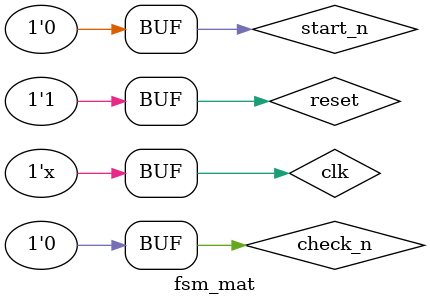
<source format=sv>
`timescale 1ns / 1ps


module fsm_mat(

    );
    reg start_n;
    reg check_n;
    reg reset;
    reg clk;
    
    FPGAshell_wrapper fsm
    (
        .clk(clk),
        .rstn(reset),
        .start_n(start_n),
        .check_n(check_n)
    );
    
    always begin
        #5 clk = ~clk;  // Ã¿5¸öÊ±¼äµ¥Î»È¡·´Ò»´Î£¬Ä£ÄâÊ±ÖÓÐÅºÅ
    end

    initial  begin
        #0 clk = 1'b0;
        start_n = 1'b0;
        check_n = 1'b0;
        reset = 1'b0;
        #10 reset = 1'b1;
        //#10 reset = 1'b0;
        #20 start_n <= 1'b1;
        #10 start_n <= 1'b0;
        #50000 check_n <= 1'b1;
        #10 check_n <= 1'b0;
     end
    
    
endmodule

</source>
